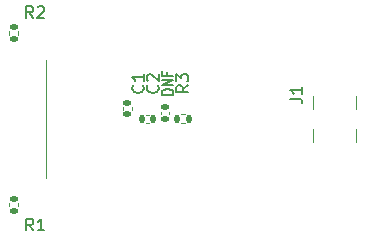
<source format=gto>
G04 #@! TF.GenerationSoftware,KiCad,Pcbnew,(6.0.9)*
G04 #@! TF.CreationDate,2023-11-11T16:39:11+09:00*
G04 #@! TF.ProjectId,GGBLA125A_Evaluation_Board,4747424c-4131-4323-9541-5f4576616c75,rev?*
G04 #@! TF.SameCoordinates,Original*
G04 #@! TF.FileFunction,Legend,Top*
G04 #@! TF.FilePolarity,Positive*
%FSLAX46Y46*%
G04 Gerber Fmt 4.6, Leading zero omitted, Abs format (unit mm)*
G04 Created by KiCad (PCBNEW (6.0.9)) date 2023-11-11 16:39:11*
%MOMM*%
%LPD*%
G01*
G04 APERTURE LIST*
G04 Aperture macros list*
%AMRoundRect*
0 Rectangle with rounded corners*
0 $1 Rounding radius*
0 $2 $3 $4 $5 $6 $7 $8 $9 X,Y pos of 4 corners*
0 Add a 4 corners polygon primitive as box body*
4,1,4,$2,$3,$4,$5,$6,$7,$8,$9,$2,$3,0*
0 Add four circle primitives for the rounded corners*
1,1,$1+$1,$2,$3*
1,1,$1+$1,$4,$5*
1,1,$1+$1,$6,$7*
1,1,$1+$1,$8,$9*
0 Add four rect primitives between the rounded corners*
20,1,$1+$1,$2,$3,$4,$5,0*
20,1,$1+$1,$4,$5,$6,$7,0*
20,1,$1+$1,$6,$7,$8,$9,0*
20,1,$1+$1,$8,$9,$2,$3,0*%
G04 Aperture macros list end*
%ADD10C,0.150000*%
%ADD11C,0.120000*%
%ADD12R,3.600000X1.270000*%
%ADD13R,4.200000X1.350000*%
%ADD14RoundRect,0.140000X-0.140000X-0.170000X0.140000X-0.170000X0.140000X0.170000X-0.140000X0.170000X0*%
%ADD15RoundRect,0.140000X0.170000X-0.140000X0.170000X0.140000X-0.170000X0.140000X-0.170000X-0.140000X0*%
%ADD16RoundRect,0.135000X-0.185000X0.135000X-0.185000X-0.135000X0.185000X-0.135000X0.185000X0.135000X0*%
%ADD17RoundRect,0.135000X0.185000X-0.135000X0.185000X0.135000X-0.185000X0.135000X-0.185000X-0.135000X0*%
%ADD18R,2.900000X6.100000*%
%ADD19R,2.900000X1.350000*%
%ADD20RoundRect,0.135000X-0.135000X-0.185000X0.135000X-0.185000X0.135000X0.185000X-0.135000X0.185000X0*%
G04 APERTURE END LIST*
D10*
X114202380Y-117971428D02*
X113202380Y-117971428D01*
X113202380Y-117780952D01*
X113250000Y-117666666D01*
X113345238Y-117590476D01*
X113440476Y-117552380D01*
X113630952Y-117514285D01*
X113773809Y-117514285D01*
X113964285Y-117552380D01*
X114059523Y-117590476D01*
X114154761Y-117666666D01*
X114202380Y-117780952D01*
X114202380Y-117971428D01*
X114202380Y-117171428D02*
X113202380Y-117171428D01*
X114202380Y-116714285D01*
X113202380Y-116714285D01*
X113678571Y-116066666D02*
X113678571Y-116333333D01*
X114202380Y-116333333D02*
X113202380Y-116333333D01*
X113202380Y-115952380D01*
X124104380Y-118301333D02*
X124818666Y-118301333D01*
X124961523Y-118348952D01*
X125056761Y-118444190D01*
X125104380Y-118587047D01*
X125104380Y-118682285D01*
X125104380Y-117301333D02*
X125104380Y-117872761D01*
X125104380Y-117587047D02*
X124104380Y-117587047D01*
X124247238Y-117682285D01*
X124342476Y-117777523D01*
X124390095Y-117872761D01*
X112857142Y-117166666D02*
X112904761Y-117214285D01*
X112952380Y-117357142D01*
X112952380Y-117452380D01*
X112904761Y-117595238D01*
X112809523Y-117690476D01*
X112714285Y-117738095D01*
X112523809Y-117785714D01*
X112380952Y-117785714D01*
X112190476Y-117738095D01*
X112095238Y-117690476D01*
X112000000Y-117595238D01*
X111952380Y-117452380D01*
X111952380Y-117357142D01*
X112000000Y-117214285D01*
X112047619Y-117166666D01*
X112047619Y-116785714D02*
X112000000Y-116738095D01*
X111952380Y-116642857D01*
X111952380Y-116404761D01*
X112000000Y-116309523D01*
X112047619Y-116261904D01*
X112142857Y-116214285D01*
X112238095Y-116214285D01*
X112380952Y-116261904D01*
X112952380Y-116833333D01*
X112952380Y-116214285D01*
X102333333Y-129452380D02*
X102000000Y-128976190D01*
X101761904Y-129452380D02*
X101761904Y-128452380D01*
X102142857Y-128452380D01*
X102238095Y-128500000D01*
X102285714Y-128547619D01*
X102333333Y-128642857D01*
X102333333Y-128785714D01*
X102285714Y-128880952D01*
X102238095Y-128928571D01*
X102142857Y-128976190D01*
X101761904Y-128976190D01*
X103285714Y-129452380D02*
X102714285Y-129452380D01*
X103000000Y-129452380D02*
X103000000Y-128452380D01*
X102904761Y-128595238D01*
X102809523Y-128690476D01*
X102714285Y-128738095D01*
X102333333Y-111452380D02*
X102000000Y-110976190D01*
X101761904Y-111452380D02*
X101761904Y-110452380D01*
X102142857Y-110452380D01*
X102238095Y-110500000D01*
X102285714Y-110547619D01*
X102333333Y-110642857D01*
X102333333Y-110785714D01*
X102285714Y-110880952D01*
X102238095Y-110928571D01*
X102142857Y-110976190D01*
X101761904Y-110976190D01*
X102714285Y-110547619D02*
X102761904Y-110500000D01*
X102857142Y-110452380D01*
X103095238Y-110452380D01*
X103190476Y-110500000D01*
X103238095Y-110547619D01*
X103285714Y-110642857D01*
X103285714Y-110738095D01*
X103238095Y-110880952D01*
X102666666Y-111452380D01*
X103285714Y-111452380D01*
X115452380Y-117166666D02*
X114976190Y-117500000D01*
X115452380Y-117738095D02*
X114452380Y-117738095D01*
X114452380Y-117357142D01*
X114500000Y-117261904D01*
X114547619Y-117214285D01*
X114642857Y-117166666D01*
X114785714Y-117166666D01*
X114880952Y-117214285D01*
X114928571Y-117261904D01*
X114976190Y-117357142D01*
X114976190Y-117738095D01*
X114452380Y-116833333D02*
X114452380Y-116214285D01*
X114833333Y-116547619D01*
X114833333Y-116404761D01*
X114880952Y-116309523D01*
X114928571Y-116261904D01*
X115023809Y-116214285D01*
X115261904Y-116214285D01*
X115357142Y-116261904D01*
X115404761Y-116309523D01*
X115452380Y-116404761D01*
X115452380Y-116690476D01*
X115404761Y-116785714D01*
X115357142Y-116833333D01*
X111607142Y-117166666D02*
X111654761Y-117214285D01*
X111702380Y-117357142D01*
X111702380Y-117452380D01*
X111654761Y-117595238D01*
X111559523Y-117690476D01*
X111464285Y-117738095D01*
X111273809Y-117785714D01*
X111130952Y-117785714D01*
X110940476Y-117738095D01*
X110845238Y-117690476D01*
X110750000Y-117595238D01*
X110702380Y-117452380D01*
X110702380Y-117357142D01*
X110750000Y-117214285D01*
X110797619Y-117166666D01*
X111702380Y-116214285D02*
X111702380Y-116785714D01*
X111702380Y-116500000D02*
X110702380Y-116500000D01*
X110845238Y-116595238D01*
X110940476Y-116690476D01*
X110988095Y-116785714D01*
D11*
X129700000Y-119160000D02*
X129700000Y-118050000D01*
X125990000Y-121950000D02*
X125990000Y-120840000D01*
X129700000Y-121950000D02*
X129700000Y-120840000D01*
X125990000Y-119160000D02*
X125990000Y-118050000D01*
X111892164Y-120360000D02*
X112107836Y-120360000D01*
X111892164Y-119640000D02*
X112107836Y-119640000D01*
X113860000Y-119627836D02*
X113860000Y-119412164D01*
X113140000Y-119627836D02*
X113140000Y-119412164D01*
X101080000Y-127106359D02*
X101080000Y-127413641D01*
X100320000Y-127106359D02*
X100320000Y-127413641D01*
X101080000Y-112893641D02*
X101080000Y-112586359D01*
X100320000Y-112893641D02*
X100320000Y-112586359D01*
X103450000Y-125000000D02*
X103450000Y-115000000D01*
X114846359Y-120380000D02*
X115153641Y-120380000D01*
X114846359Y-119620000D02*
X115153641Y-119620000D01*
X109950000Y-119257836D02*
X109950000Y-119042164D01*
X110670000Y-119257836D02*
X110670000Y-119042164D01*
%LPC*%
D12*
X127900000Y-120000000D03*
D13*
X127700000Y-117175000D03*
X127700000Y-122825000D03*
D14*
X111520000Y-120000000D03*
X112480000Y-120000000D03*
D15*
X113500000Y-120000000D03*
X113500000Y-119040000D03*
D16*
X100700000Y-126750000D03*
X100700000Y-127770000D03*
D17*
X100700000Y-113250000D03*
X100700000Y-112230000D03*
D18*
X101650000Y-120000000D03*
D19*
X101650000Y-124625000D03*
X101650000Y-115375000D03*
D20*
X114490000Y-120000000D03*
X115510000Y-120000000D03*
D15*
X110310000Y-119630000D03*
X110310000Y-118670000D03*
M02*

</source>
